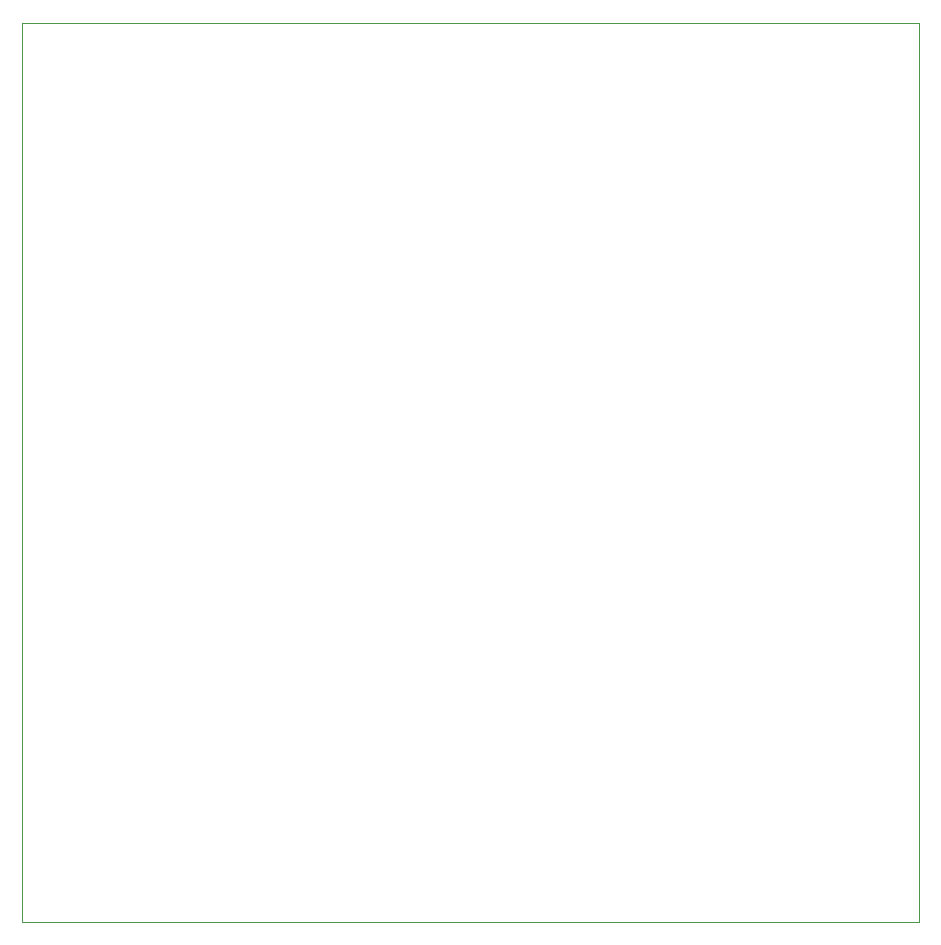
<source format=gbo>
G75*
%MOIN*%
%OFA0B0*%
%FSLAX25Y25*%
%IPPOS*%
%LPD*%
%AMOC8*
5,1,8,0,0,1.08239X$1,22.5*
%
%ADD10C,0.00000*%
D10*
X0001000Y0001000D02*
X0001000Y0300961D01*
X0299701Y0300961D01*
X0299701Y0001000D01*
X0001000Y0001000D01*
M02*

</source>
